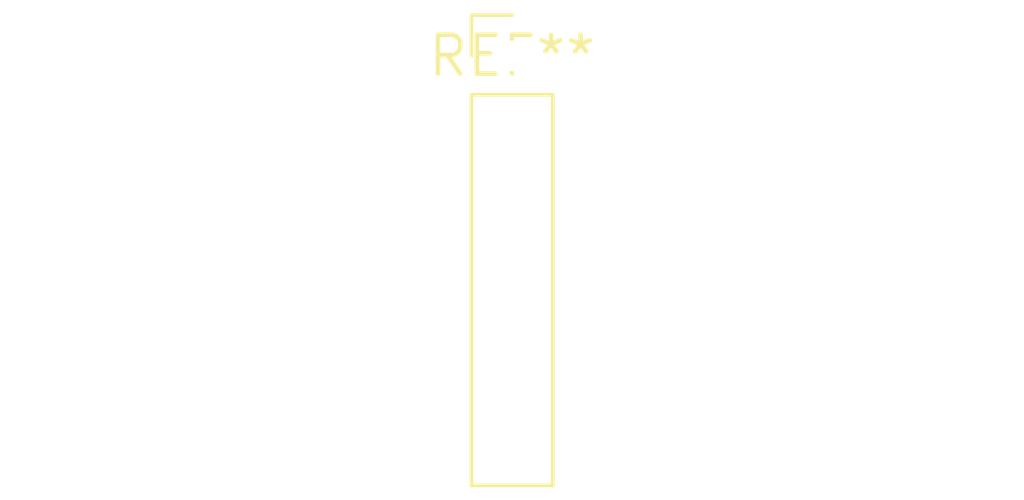
<source format=kicad_pcb>
(kicad_pcb (version 20240108) (generator pcbnew)
  (layers (0 "F.Cu" signal) (31 "B.Cu" signal) (34 "B.Paste" user) (35 "F.Paste" user) (36 "B.SilkS" user "B.Silkscreen") (37 "F.SilkS" user "F.Silkscreen") (38 "B.Mask" user) (39 "F.Mask" user) (44 "Edge.Cuts" user))
  (net 0 "")
  (footprint "PinHeader_1x06_P2.54mm_Vertical" (layer "F.Cu") (at 0 0)
    (property "Reference" "REF**")
    (property "Value" "PinHeader_1x06_P2.54mm_Vertical")
    (fp_line (start -1.33 -1.33) (end 0 -1.33) (layer "F.SilkS") (stroke (width 0.12)))
    (fp_line (start -1.33 0) (end -1.33 -1.33) (layer "F.SilkS") (stroke (width 0.12)))
    (fp_line (start -1.33 1.27) (end -1.33 14.03) (layer "F.SilkS") (stroke (width 0.12)))
    (fp_line (start -1.33 1.27) (end 1.33 1.27) (layer "F.SilkS") (stroke (width 0.12)))
    (fp_line (start -1.33 14.03) (end 1.33 14.03) (layer "F.SilkS") (stroke (width 0.12)))
    (fp_line (start 1.33 1.27) (end 1.33 14.03) (layer "F.SilkS") (stroke (width 0.12)))
    (pad "1" thru_hole rect (at 0 0) (size 1.7 1.7) (drill 1) (layers *.Cu *.Mask) (remove_unused_layers))
    (pad "2" thru_hole oval (at 0 2.54) (size 1.7 1.7) (drill 1) (layers *.Cu *.Mask) (remove_unused_layers))
    (pad "3" thru_hole oval (at 0 5.08) (size 1.7 1.7) (drill 1) (layers *.Cu *.Mask) (remove_unused_layers))
    (pad "4" thru_hole oval (at 0 7.62) (size 1.7 1.7) (drill 1) (layers *.Cu *.Mask) (remove_unused_layers))
    (pad "5" thru_hole oval (at 0 10.16) (size 1.7 1.7) (drill 1) (layers *.Cu *.Mask) (remove_unused_layers))
    (pad "6" thru_hole oval (at 0 12.7) (size 1.7 1.7) (drill 1) (layers *.Cu *.Mask) (remove_unused_layers))
  )
)
</source>
